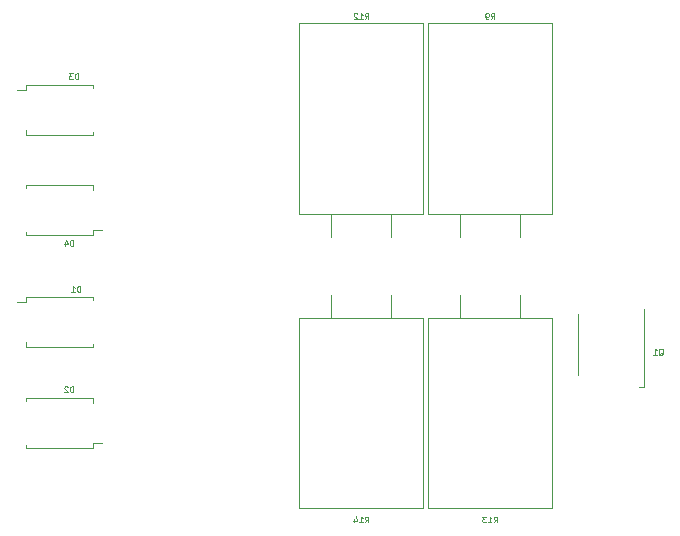
<source format=gbr>
%TF.GenerationSoftware,KiCad,Pcbnew,(5.1.8)-1*%
%TF.CreationDate,2020-11-17T00:12:26-08:00*%
%TF.ProjectId,WPT_RX,5750545f-5258-42e6-9b69-6361645f7063,rev?*%
%TF.SameCoordinates,Original*%
%TF.FileFunction,Legend,Bot*%
%TF.FilePolarity,Positive*%
%FSLAX46Y46*%
G04 Gerber Fmt 4.6, Leading zero omitted, Abs format (unit mm)*
G04 Created by KiCad (PCBNEW (5.1.8)-1) date 2020-11-17 00:12:26*
%MOMM*%
%LPD*%
G01*
G04 APERTURE LIST*
%ADD10C,0.120000*%
%ADD11C,0.125000*%
G04 APERTURE END LIST*
D10*
%TO.C,R9*%
X179920000Y-117790000D02*
X179920000Y-119735000D01*
X185000000Y-117790000D02*
X185000000Y-119750000D01*
X177210000Y-101680000D02*
X177210000Y-117790000D01*
X187710000Y-101680000D02*
X187710000Y-117790000D01*
X187710000Y-101680000D02*
X177210000Y-101680000D01*
X187710000Y-117790000D02*
X177210000Y-117790000D01*
%TO.C,R12*%
X169020000Y-117790000D02*
X169020000Y-119735000D01*
X174100000Y-117790000D02*
X174100000Y-119750000D01*
X166310000Y-101680000D02*
X166310000Y-117790000D01*
X176810000Y-101680000D02*
X176810000Y-117790000D01*
X176810000Y-101680000D02*
X166310000Y-101680000D01*
X176810000Y-117790000D02*
X166310000Y-117790000D01*
%TO.C,R13*%
X184980000Y-126610000D02*
X184980000Y-124665000D01*
X179900000Y-126610000D02*
X179900000Y-124650000D01*
X187690000Y-142720000D02*
X187690000Y-126610000D01*
X177190000Y-142720000D02*
X177190000Y-126610000D01*
X177190000Y-142720000D02*
X187690000Y-142720000D01*
X177190000Y-126610000D02*
X187690000Y-126610000D01*
%TO.C,R14*%
X174080000Y-126610000D02*
X174080000Y-124665000D01*
X169000000Y-126610000D02*
X169000000Y-124650000D01*
X176790000Y-142720000D02*
X176790000Y-126610000D01*
X166290000Y-142720000D02*
X166290000Y-126610000D01*
X166290000Y-142720000D02*
X176790000Y-142720000D01*
X166290000Y-126610000D02*
X176790000Y-126610000D01*
%TO.C,D1*%
X143190000Y-129110000D02*
X143190000Y-128700000D01*
X143190000Y-125300000D02*
X143190000Y-124890000D01*
X143190000Y-124890000D02*
X148810000Y-124890000D01*
X148810000Y-129110000D02*
X143190000Y-129110000D01*
X143190000Y-125300000D02*
X142400000Y-125300000D01*
X148810000Y-129110000D02*
X148810000Y-128850000D01*
X148810000Y-125150000D02*
X148810000Y-124890000D01*
%TO.C,D2*%
X148810000Y-133390000D02*
X148810000Y-133800000D01*
X148810000Y-137200000D02*
X148810000Y-137610000D01*
X148810000Y-137610000D02*
X143190000Y-137610000D01*
X143190000Y-133390000D02*
X148810000Y-133390000D01*
X148810000Y-137200000D02*
X149600000Y-137200000D01*
X143190000Y-133390000D02*
X143190000Y-133650000D01*
X143190000Y-137350000D02*
X143190000Y-137610000D01*
%TO.C,D3*%
X143190000Y-111110000D02*
X143190000Y-110700000D01*
X143190000Y-107300000D02*
X143190000Y-106890000D01*
X143190000Y-106890000D02*
X148810000Y-106890000D01*
X148810000Y-111110000D02*
X143190000Y-111110000D01*
X143190000Y-107300000D02*
X142400000Y-107300000D01*
X148810000Y-111110000D02*
X148810000Y-110850000D01*
X148810000Y-107150000D02*
X148810000Y-106890000D01*
%TO.C,D4*%
X148810000Y-115390000D02*
X148810000Y-115800000D01*
X148810000Y-119200000D02*
X148810000Y-119610000D01*
X148810000Y-119610000D02*
X143190000Y-119610000D01*
X143190000Y-115390000D02*
X148810000Y-115390000D01*
X148810000Y-119200000D02*
X149600000Y-119200000D01*
X143190000Y-115390000D02*
X143190000Y-115650000D01*
X143190000Y-119350000D02*
X143190000Y-119610000D01*
%TO.C,Q1*%
X195500000Y-132500000D02*
X195100000Y-132500000D01*
X195500000Y-125900000D02*
X195500000Y-132500000D01*
X189900000Y-126300000D02*
X189900000Y-131500000D01*
%TO.C,R9*%
D11*
X182543333Y-101326190D02*
X182710000Y-101088095D01*
X182829047Y-101326190D02*
X182829047Y-100826190D01*
X182638571Y-100826190D01*
X182590952Y-100850000D01*
X182567142Y-100873809D01*
X182543333Y-100921428D01*
X182543333Y-100992857D01*
X182567142Y-101040476D01*
X182590952Y-101064285D01*
X182638571Y-101088095D01*
X182829047Y-101088095D01*
X182305238Y-101326190D02*
X182210000Y-101326190D01*
X182162380Y-101302380D01*
X182138571Y-101278571D01*
X182090952Y-101207142D01*
X182067142Y-101111904D01*
X182067142Y-100921428D01*
X182090952Y-100873809D01*
X182114761Y-100850000D01*
X182162380Y-100826190D01*
X182257619Y-100826190D01*
X182305238Y-100850000D01*
X182329047Y-100873809D01*
X182352857Y-100921428D01*
X182352857Y-101040476D01*
X182329047Y-101088095D01*
X182305238Y-101111904D01*
X182257619Y-101135714D01*
X182162380Y-101135714D01*
X182114761Y-101111904D01*
X182090952Y-101088095D01*
X182067142Y-101040476D01*
%TO.C,R12*%
X171881428Y-101326190D02*
X172048095Y-101088095D01*
X172167142Y-101326190D02*
X172167142Y-100826190D01*
X171976666Y-100826190D01*
X171929047Y-100850000D01*
X171905238Y-100873809D01*
X171881428Y-100921428D01*
X171881428Y-100992857D01*
X171905238Y-101040476D01*
X171929047Y-101064285D01*
X171976666Y-101088095D01*
X172167142Y-101088095D01*
X171405238Y-101326190D02*
X171690952Y-101326190D01*
X171548095Y-101326190D02*
X171548095Y-100826190D01*
X171595714Y-100897619D01*
X171643333Y-100945238D01*
X171690952Y-100969047D01*
X171214761Y-100873809D02*
X171190952Y-100850000D01*
X171143333Y-100826190D01*
X171024285Y-100826190D01*
X170976666Y-100850000D01*
X170952857Y-100873809D01*
X170929047Y-100921428D01*
X170929047Y-100969047D01*
X170952857Y-101040476D01*
X171238571Y-101326190D01*
X170929047Y-101326190D01*
%TO.C,R13*%
X182761428Y-143946190D02*
X182928095Y-143708095D01*
X183047142Y-143946190D02*
X183047142Y-143446190D01*
X182856666Y-143446190D01*
X182809047Y-143470000D01*
X182785238Y-143493809D01*
X182761428Y-143541428D01*
X182761428Y-143612857D01*
X182785238Y-143660476D01*
X182809047Y-143684285D01*
X182856666Y-143708095D01*
X183047142Y-143708095D01*
X182285238Y-143946190D02*
X182570952Y-143946190D01*
X182428095Y-143946190D02*
X182428095Y-143446190D01*
X182475714Y-143517619D01*
X182523333Y-143565238D01*
X182570952Y-143589047D01*
X182118571Y-143446190D02*
X181809047Y-143446190D01*
X181975714Y-143636666D01*
X181904285Y-143636666D01*
X181856666Y-143660476D01*
X181832857Y-143684285D01*
X181809047Y-143731904D01*
X181809047Y-143850952D01*
X181832857Y-143898571D01*
X181856666Y-143922380D01*
X181904285Y-143946190D01*
X182047142Y-143946190D01*
X182094761Y-143922380D01*
X182118571Y-143898571D01*
%TO.C,R14*%
X171861428Y-143946190D02*
X172028095Y-143708095D01*
X172147142Y-143946190D02*
X172147142Y-143446190D01*
X171956666Y-143446190D01*
X171909047Y-143470000D01*
X171885238Y-143493809D01*
X171861428Y-143541428D01*
X171861428Y-143612857D01*
X171885238Y-143660476D01*
X171909047Y-143684285D01*
X171956666Y-143708095D01*
X172147142Y-143708095D01*
X171385238Y-143946190D02*
X171670952Y-143946190D01*
X171528095Y-143946190D02*
X171528095Y-143446190D01*
X171575714Y-143517619D01*
X171623333Y-143565238D01*
X171670952Y-143589047D01*
X170956666Y-143612857D02*
X170956666Y-143946190D01*
X171075714Y-143422380D02*
X171194761Y-143779523D01*
X170885238Y-143779523D01*
%TO.C,D1*%
X147769047Y-124426190D02*
X147769047Y-123926190D01*
X147650000Y-123926190D01*
X147578571Y-123950000D01*
X147530952Y-123997619D01*
X147507142Y-124045238D01*
X147483333Y-124140476D01*
X147483333Y-124211904D01*
X147507142Y-124307142D01*
X147530952Y-124354761D01*
X147578571Y-124402380D01*
X147650000Y-124426190D01*
X147769047Y-124426190D01*
X147007142Y-124426190D02*
X147292857Y-124426190D01*
X147150000Y-124426190D02*
X147150000Y-123926190D01*
X147197619Y-123997619D01*
X147245238Y-124045238D01*
X147292857Y-124069047D01*
%TO.C,D2*%
X147169047Y-132926190D02*
X147169047Y-132426190D01*
X147050000Y-132426190D01*
X146978571Y-132450000D01*
X146930952Y-132497619D01*
X146907142Y-132545238D01*
X146883333Y-132640476D01*
X146883333Y-132711904D01*
X146907142Y-132807142D01*
X146930952Y-132854761D01*
X146978571Y-132902380D01*
X147050000Y-132926190D01*
X147169047Y-132926190D01*
X146692857Y-132473809D02*
X146669047Y-132450000D01*
X146621428Y-132426190D01*
X146502380Y-132426190D01*
X146454761Y-132450000D01*
X146430952Y-132473809D01*
X146407142Y-132521428D01*
X146407142Y-132569047D01*
X146430952Y-132640476D01*
X146716666Y-132926190D01*
X146407142Y-132926190D01*
%TO.C,D3*%
X147569047Y-106426190D02*
X147569047Y-105926190D01*
X147450000Y-105926190D01*
X147378571Y-105950000D01*
X147330952Y-105997619D01*
X147307142Y-106045238D01*
X147283333Y-106140476D01*
X147283333Y-106211904D01*
X147307142Y-106307142D01*
X147330952Y-106354761D01*
X147378571Y-106402380D01*
X147450000Y-106426190D01*
X147569047Y-106426190D01*
X147116666Y-105926190D02*
X146807142Y-105926190D01*
X146973809Y-106116666D01*
X146902380Y-106116666D01*
X146854761Y-106140476D01*
X146830952Y-106164285D01*
X146807142Y-106211904D01*
X146807142Y-106330952D01*
X146830952Y-106378571D01*
X146854761Y-106402380D01*
X146902380Y-106426190D01*
X147045238Y-106426190D01*
X147092857Y-106402380D01*
X147116666Y-106378571D01*
%TO.C,D4*%
X147169047Y-120526190D02*
X147169047Y-120026190D01*
X147050000Y-120026190D01*
X146978571Y-120050000D01*
X146930952Y-120097619D01*
X146907142Y-120145238D01*
X146883333Y-120240476D01*
X146883333Y-120311904D01*
X146907142Y-120407142D01*
X146930952Y-120454761D01*
X146978571Y-120502380D01*
X147050000Y-120526190D01*
X147169047Y-120526190D01*
X146454761Y-120192857D02*
X146454761Y-120526190D01*
X146573809Y-120002380D02*
X146692857Y-120359523D01*
X146383333Y-120359523D01*
%TO.C,Q1*%
X196747619Y-129773809D02*
X196795238Y-129750000D01*
X196842857Y-129702380D01*
X196914285Y-129630952D01*
X196961904Y-129607142D01*
X197009523Y-129607142D01*
X196985714Y-129726190D02*
X197033333Y-129702380D01*
X197080952Y-129654761D01*
X197104761Y-129559523D01*
X197104761Y-129392857D01*
X197080952Y-129297619D01*
X197033333Y-129250000D01*
X196985714Y-129226190D01*
X196890476Y-129226190D01*
X196842857Y-129250000D01*
X196795238Y-129297619D01*
X196771428Y-129392857D01*
X196771428Y-129559523D01*
X196795238Y-129654761D01*
X196842857Y-129702380D01*
X196890476Y-129726190D01*
X196985714Y-129726190D01*
X196295238Y-129726190D02*
X196580952Y-129726190D01*
X196438095Y-129726190D02*
X196438095Y-129226190D01*
X196485714Y-129297619D01*
X196533333Y-129345238D01*
X196580952Y-129369047D01*
%TD*%
M02*

</source>
